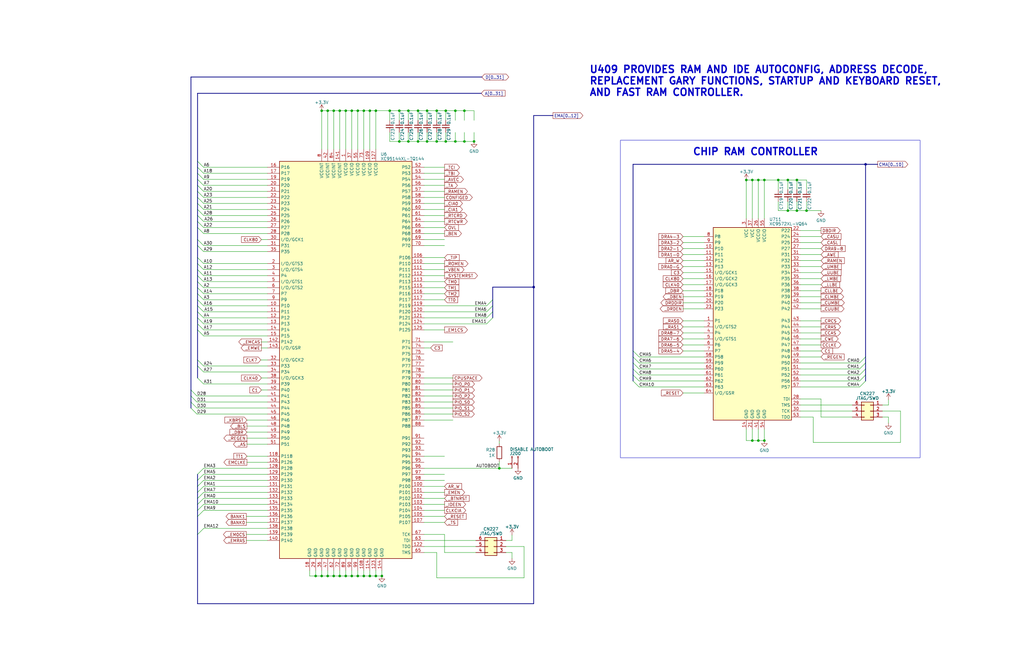
<source format=kicad_sch>
(kicad_sch (version 20230121) (generator eeschema)
  (paper "B")
  (title_block (title "AMIGA PCI") (date "2023-05-28") (rev "1"))
  (junction (at 148.336 243.078))
  (junction (at 180.086 59.69))
  (junction (at 140.716 46.736))
  (junction (at 161.036 243.078))
  (junction (at 195.834 46.736))
  (junction (at 322.326 185.928))
  (junction (at 145.796 243.078))
  (junction (at 319.786 185.928))
  (junction (at 168.402 59.69))
  (junction (at 153.416 46.736))
  (junction (at 158.496 46.736))
  (junction (at 336.042 75.946))
  (junction (at 148.336 46.736))
  (junction (at 184.15 46.736))
  (junction (at 192.024 46.736))
  (junction (at 143.256 46.736))
  (junction (at 150.876 243.078))
  (junction (at 153.416 243.078))
  (junction (at 336.042 88.9))
  (junction (at 176.276 59.69))
  (junction (at 155.956 243.078))
  (junction (at 138.176 243.078))
  (junction (at 145.796 46.736))
  (junction (at 319.786 75.946))
  (junction (at 317.246 75.946))
  (junction (at 138.176 46.736))
  (junction (at 322.326 75.946))
  (junction (at 340.106 88.9))
  (junction (at 135.636 46.736))
  (junction (at 150.876 46.736))
  (junction (at 155.956 46.736))
  (junction (at 195.834 59.69))
  (junction (at 332.232 88.9))
  (junction (at 328.168 75.946))
  (junction (at 172.212 46.736))
  (junction (at 133.096 243.078))
  (junction (at 143.256 243.078))
  (junction (at 317.246 185.928))
  (junction (at 187.96 46.736))
  (junction (at 176.276 46.736))
  (junction (at 135.636 243.078))
  (junction (at 164.338 46.736))
  (junction (at 168.402 46.736))
  (junction (at 210.566 197.612))
  (junction (at 332.232 75.946))
  (junction (at 225.044 121.158))
  (junction (at 172.212 59.69))
  (junction (at 184.15 59.69))
  (junction (at 199.898 59.69))
  (junction (at 140.716 243.078))
  (junction (at 314.706 75.946))
  (junction (at 158.496 243.078))
  (junction (at 180.086 46.736))
  (junction (at 364.998 69.342))
  (junction (at 187.96 59.69))
  (junction (at 192.024 59.69))
  (bus_entry (at 85.852 134.112) (size -2.54 -2.54))
  (bus_entry (at 362.458 160.782) (size 2.54 -2.54))
  (bus_entry (at 85.852 215.392) (size -2.54 2.54))
  (bus_entry (at 205.232 136.652) (size 2.54 -2.54))
  (bus_entry (at 85.852 126.492) (size -2.54 -2.54))
  (bus_entry (at 83.058 174.752) (size -2.54 -2.54))
  (bus_entry (at 205.232 129.032) (size 2.54 -2.54))
  (bus_entry (at 85.852 200.152) (size -2.54 2.54))
  (bus_entry (at 269.494 160.782) (size -2.54 -2.54))
  (bus_entry (at 362.458 163.322) (size 2.54 -2.54))
  (bus_entry (at 85.852 202.692) (size -2.54 2.54))
  (bus_entry (at 85.852 121.412) (size -2.54 -2.54))
  (bus_entry (at 85.852 73.152) (size -2.54 -2.54))
  (bus_entry (at 362.458 153.162) (size 2.54 -2.54))
  (bus_entry (at 85.852 118.872) (size -2.54 -2.54))
  (bus_entry (at 85.852 83.312) (size -2.54 -2.54))
  (bus_entry (at 85.852 139.192) (size -2.54 -2.54))
  (bus_entry (at 85.852 116.332) (size -2.54 -2.54))
  (bus_entry (at 85.852 96.012) (size -2.54 -2.54))
  (bus_entry (at 85.852 154.432) (size -2.54 -2.54))
  (bus_entry (at 269.494 163.322) (size -2.54 -2.54))
  (bus_entry (at 85.852 75.692) (size -2.54 -2.54))
  (bus_entry (at 85.852 156.972) (size -2.54 -2.54))
  (bus_entry (at 85.852 111.252) (size -2.54 -2.54))
  (bus_entry (at 205.232 131.572) (size 2.54 -2.54))
  (bus_entry (at 85.852 113.792) (size -2.54 -2.54))
  (bus_entry (at 85.852 207.772) (size -2.54 2.54))
  (bus_entry (at 269.494 153.162) (size -2.54 -2.54))
  (bus_entry (at 83.058 172.212) (size -2.54 -2.54))
  (bus_entry (at 85.852 131.572) (size -2.54 -2.54))
  (bus_entry (at 85.852 212.852) (size -2.54 2.54))
  (bus_entry (at 85.852 78.232) (size -2.54 -2.54))
  (bus_entry (at 85.852 123.952) (size -2.54 -2.54))
  (bus_entry (at 85.852 80.772) (size -2.54 -2.54))
  (bus_entry (at 85.852 70.612) (size -2.54 -2.54))
  (bus_entry (at 362.458 155.702) (size 2.54 -2.54))
  (bus_entry (at 269.494 158.242) (size -2.54 -2.54))
  (bus_entry (at 85.852 223.012) (size -2.54 2.54))
  (bus_entry (at 83.058 167.132) (size -2.54 -2.54))
  (bus_entry (at 85.852 103.632) (size -2.54 -2.54))
  (bus_entry (at 85.852 88.392) (size -2.54 -2.54))
  (bus_entry (at 85.852 136.652) (size -2.54 -2.54))
  (bus_entry (at 205.232 134.112) (size 2.54 -2.54))
  (bus_entry (at 83.058 169.672) (size -2.54 -2.54))
  (bus_entry (at 85.852 129.032) (size -2.54 -2.54))
  (bus_entry (at 85.852 90.932) (size -2.54 -2.54))
  (bus_entry (at 85.852 106.172) (size -2.54 -2.54))
  (bus_entry (at 85.852 210.312) (size -2.54 2.54))
  (bus_entry (at 85.852 98.552) (size -2.54 -2.54))
  (bus_entry (at 85.852 85.852) (size -2.54 -2.54))
  (bus_entry (at 85.852 197.612) (size -2.54 2.54))
  (bus_entry (at 85.852 205.232) (size -2.54 2.54))
  (bus_entry (at 269.494 150.622) (size -2.54 -2.54))
  (bus_entry (at 85.852 162.052) (size -2.54 -2.54))
  (bus_entry (at 85.852 93.472) (size -2.54 -2.54))
  (bus_entry (at 269.494 155.702) (size -2.54 -2.54))
  (bus_entry (at 85.852 141.732) (size -2.54 -2.54))
  (bus_entry (at 362.458 158.242) (size 2.54 -2.54))
  (wire (pts (xy 372.11 173.482) (xy 379.73 173.482)))
  (wire (pts (xy 337.566 140.462) (xy 346.202 140.462)))
  (wire (pts (xy 85.852 103.632) (xy 112.776 103.632)))
  (wire (pts (xy 138.176 62.992) (xy 138.176 46.736)))
  (wire (pts (xy 195.834 46.736) (xy 192.024 46.736)))
  (wire (pts (xy 288.036 137.922) (xy 296.926 137.922)))
  (wire (pts (xy 85.852 139.192) (xy 112.776 139.192)))
  (wire (pts (xy 164.338 59.69) (xy 168.402 59.69)))
  (wire (pts (xy 372.11 170.942) (xy 374.65 170.942)))
  (wire (pts (xy 187.452 126.492) (xy 178.816 126.492)))
  (wire (pts (xy 172.212 46.736) (xy 168.402 46.736)))
  (wire (pts (xy 288.036 109.982) (xy 296.926 109.982)))
  (wire (pts (xy 288.036 148.082) (xy 296.926 148.082)))
  (wire (pts (xy 133.096 243.078) (xy 135.636 243.078)))
  (wire (pts (xy 332.232 88.9) (xy 336.042 88.9)))
  (wire (pts (xy 187.452 121.412) (xy 178.816 121.412)))
  (bus (pts (xy 83.312 93.472) (xy 83.312 96.012)))
  (wire (pts (xy 112.776 96.012) (xy 85.852 96.012)))
  (wire (pts (xy 85.852 156.972) (xy 112.776 156.972)))
  (wire (pts (xy 269.494 153.162) (xy 296.926 153.162)))
  (wire (pts (xy 187.96 55.88) (xy 187.96 59.69)))
  (wire (pts (xy 150.876 243.078) (xy 153.416 243.078)))
  (wire (pts (xy 288.036 140.462) (xy 296.926 140.462)))
  (wire (pts (xy 145.796 243.078) (xy 148.336 243.078)))
  (wire (pts (xy 288.036 107.442) (xy 296.926 107.442)))
  (wire (pts (xy 342.9 176.022) (xy 337.566 176.022)))
  (wire (pts (xy 85.852 70.612) (xy 112.776 70.612)))
  (wire (pts (xy 104.14 179.832) (xy 112.776 179.832)))
  (wire (pts (xy 112.776 134.112) (xy 85.852 134.112)))
  (wire (pts (xy 178.816 88.392) (xy 187.452 88.392)))
  (wire (pts (xy 130.556 243.078) (xy 133.096 243.078)))
  (wire (pts (xy 195.834 55.88) (xy 195.834 59.69)))
  (wire (pts (xy 135.636 243.078) (xy 138.176 243.078)))
  (wire (pts (xy 195.834 46.736) (xy 195.834 50.8)))
  (wire (pts (xy 104.14 182.372) (xy 112.776 182.372)))
  (wire (pts (xy 192.024 46.736) (xy 192.024 50.8)))
  (bus (pts (xy 83.312 39.37) (xy 202.946 39.37)))
  (wire (pts (xy 336.042 75.946) (xy 336.042 80.01)))
  (wire (pts (xy 85.852 88.392) (xy 112.776 88.392)))
  (wire (pts (xy 337.566 117.602) (xy 346.202 117.602)))
  (wire (pts (xy 362.458 160.782) (xy 337.566 160.782)))
  (wire (pts (xy 161.036 243.078) (xy 161.036 240.792)))
  (wire (pts (xy 110.236 146.812) (xy 112.776 146.812)))
  (wire (pts (xy 85.852 215.392) (xy 112.776 215.392)))
  (bus (pts (xy 266.954 153.162) (xy 266.954 150.622)))
  (wire (pts (xy 187.452 103.632) (xy 178.816 103.632)))
  (wire (pts (xy 178.816 230.632) (xy 200.66 230.632)))
  (bus (pts (xy 83.312 121.412) (xy 83.312 118.872)))
  (wire (pts (xy 317.246 92.202) (xy 317.246 75.946)))
  (wire (pts (xy 85.852 210.312) (xy 112.776 210.312)))
  (bus (pts (xy 266.954 69.342) (xy 364.998 69.342)))
  (wire (pts (xy 187.96 46.736) (xy 187.96 50.8)))
  (wire (pts (xy 322.326 181.102) (xy 322.326 185.928)))
  (wire (pts (xy 180.086 59.69) (xy 184.15 59.69)))
  (wire (pts (xy 153.416 243.078) (xy 155.956 243.078)))
  (bus (pts (xy 83.312 131.572) (xy 83.312 129.032)))
  (bus (pts (xy 83.312 118.872) (xy 83.312 116.332)))
  (wire (pts (xy 178.816 75.692) (xy 187.452 75.692)))
  (wire (pts (xy 346.202 150.622) (xy 337.566 150.622)))
  (wire (pts (xy 337.566 143.002) (xy 346.202 143.002)))
  (wire (pts (xy 317.246 75.946) (xy 314.706 75.946)))
  (wire (pts (xy 187.96 59.69) (xy 192.024 59.69)))
  (wire (pts (xy 372.11 176.022) (xy 374.65 176.022)))
  (wire (pts (xy 314.706 181.102) (xy 314.706 185.928)))
  (wire (pts (xy 172.212 59.69) (xy 176.276 59.69)))
  (wire (pts (xy 337.566 112.522) (xy 346.202 112.522)))
  (bus (pts (xy 83.312 134.112) (xy 83.312 131.572)))
  (wire (pts (xy 164.338 55.88) (xy 164.338 59.69)))
  (bus (pts (xy 364.998 150.622) (xy 364.998 153.162)))
  (wire (pts (xy 112.776 116.332) (xy 85.852 116.332)))
  (wire (pts (xy 337.566 99.822) (xy 346.202 99.822)))
  (wire (pts (xy 215.9 197.612) (xy 210.566 197.612)))
  (bus (pts (xy 364.998 69.342) (xy 370.078 69.342)))
  (wire (pts (xy 178.816 78.232) (xy 187.452 78.232)))
  (wire (pts (xy 145.796 46.736) (xy 143.256 46.736)))
  (wire (pts (xy 332.232 75.946) (xy 332.232 80.01)))
  (wire (pts (xy 337.566 130.302) (xy 346.202 130.302)))
  (wire (pts (xy 178.816 108.712) (xy 187.452 108.712)))
  (wire (pts (xy 104.14 192.532) (xy 112.776 192.532)))
  (wire (pts (xy 103.886 228.092) (xy 112.776 228.092)))
  (bus (pts (xy 225.044 48.768) (xy 225.044 121.158)))
  (wire (pts (xy 155.956 46.736) (xy 153.416 46.736)))
  (wire (pts (xy 112.776 75.692) (xy 85.852 75.692)))
  (wire (pts (xy 337.566 120.142) (xy 346.202 120.142)))
  (bus (pts (xy 80.518 169.672) (xy 80.518 167.132)))
  (wire (pts (xy 187.452 139.192) (xy 178.816 139.192)))
  (bus (pts (xy 83.312 111.252) (xy 83.312 113.792)))
  (wire (pts (xy 337.566 137.922) (xy 346.202 137.922)))
  (wire (pts (xy 379.73 186.69) (xy 342.9 186.69)))
  (wire (pts (xy 317.246 185.928) (xy 319.786 185.928)))
  (wire (pts (xy 178.816 144.272) (xy 191.008 144.272)))
  (wire (pts (xy 288.036 122.682) (xy 296.926 122.682)))
  (wire (pts (xy 178.816 73.152) (xy 187.452 73.152)))
  (wire (pts (xy 178.816 167.132) (xy 191.008 167.132)))
  (bus (pts (xy 83.312 151.892) (xy 83.312 154.432)))
  (wire (pts (xy 85.852 85.852) (xy 112.776 85.852)))
  (wire (pts (xy 148.336 240.792) (xy 148.336 243.078)))
  (wire (pts (xy 362.458 163.322) (xy 337.566 163.322)))
  (wire (pts (xy 192.024 46.736) (xy 187.96 46.736)))
  (wire (pts (xy 288.036 127.762) (xy 296.926 127.762)))
  (wire (pts (xy 288.036 104.902) (xy 296.926 104.902)))
  (wire (pts (xy 103.886 217.932) (xy 112.776 217.932)))
  (bus (pts (xy 83.312 139.192) (xy 83.312 151.892)))
  (wire (pts (xy 337.566 168.402) (xy 346.202 168.402)))
  (bus (pts (xy 364.998 155.702) (xy 364.998 158.242)))
  (wire (pts (xy 269.494 150.622) (xy 296.926 150.622)))
  (wire (pts (xy 85.852 205.232) (xy 112.776 205.232)))
  (bus (pts (xy 83.312 136.652) (xy 83.312 134.112)))
  (wire (pts (xy 180.086 46.736) (xy 180.086 50.8)))
  (wire (pts (xy 112.776 169.672) (xy 83.058 169.672)))
  (bus (pts (xy 83.312 80.772) (xy 83.312 78.232)))
  (bus (pts (xy 266.954 155.702) (xy 266.954 153.162)))
  (wire (pts (xy 153.416 62.992) (xy 153.416 46.736)))
  (wire (pts (xy 187.452 217.932) (xy 178.816 217.932)))
  (wire (pts (xy 181.61 146.812) (xy 178.816 146.812)))
  (wire (pts (xy 314.706 75.946) (xy 314.706 92.202)))
  (wire (pts (xy 168.402 59.69) (xy 172.212 59.69)))
  (wire (pts (xy 158.496 243.078) (xy 161.036 243.078)))
  (wire (pts (xy 337.566 104.902) (xy 346.202 104.902)))
  (wire (pts (xy 213.36 230.632) (xy 220.98 230.632)))
  (wire (pts (xy 269.494 158.242) (xy 296.926 158.242)))
  (wire (pts (xy 195.834 59.69) (xy 199.898 59.69)))
  (bus (pts (xy 83.312 78.232) (xy 83.312 75.692)))
  (wire (pts (xy 379.73 173.482) (xy 379.73 186.69)))
  (wire (pts (xy 178.816 200.152) (xy 187.452 200.152)))
  (wire (pts (xy 288.036 135.382) (xy 296.926 135.382)))
  (wire (pts (xy 288.036 145.542) (xy 296.926 145.542)))
  (bus (pts (xy 207.772 134.112) (xy 207.772 131.572)))
  (wire (pts (xy 178.816 70.612) (xy 187.452 70.612)))
  (wire (pts (xy 110.236 101.092) (xy 112.776 101.092)))
  (bus (pts (xy 83.312 136.906) (xy 83.312 139.192)))
  (wire (pts (xy 342.9 186.69) (xy 342.9 176.022)))
  (bus (pts (xy 83.312 225.552) (xy 83.312 254.762)))
  (wire (pts (xy 104.14 187.452) (xy 112.776 187.452)))
  (wire (pts (xy 199.898 46.736) (xy 195.834 46.736)))
  (wire (pts (xy 184.15 243.84) (xy 184.15 233.172)))
  (wire (pts (xy 269.494 163.322) (xy 296.926 163.322)))
  (wire (pts (xy 288.036 117.602) (xy 296.926 117.602)))
  (wire (pts (xy 110.236 159.512) (xy 112.776 159.512)))
  (bus (pts (xy 83.312 103.632) (xy 83.312 108.712)))
  (wire (pts (xy 337.566 102.362) (xy 346.202 102.362)))
  (bus (pts (xy 83.312 215.392) (xy 83.312 217.932)))
  (wire (pts (xy 187.452 118.872) (xy 178.816 118.872)))
  (bus (pts (xy 266.954 158.242) (xy 266.954 155.702)))
  (wire (pts (xy 85.852 212.852) (xy 112.776 212.852)))
  (wire (pts (xy 337.566 158.242) (xy 362.458 158.242)))
  (wire (pts (xy 328.168 88.9) (xy 332.232 88.9)))
  (wire (pts (xy 112.776 136.652) (xy 85.852 136.652)))
  (wire (pts (xy 337.566 115.062) (xy 346.202 115.062)))
  (wire (pts (xy 110.236 144.272) (xy 112.776 144.272)))
  (wire (pts (xy 374.65 168.656) (xy 374.65 170.942)))
  (wire (pts (xy 178.816 90.932) (xy 187.452 90.932)))
  (wire (pts (xy 158.496 62.992) (xy 158.496 46.736)))
  (wire (pts (xy 168.402 46.736) (xy 168.402 50.8)))
  (wire (pts (xy 164.338 46.736) (xy 158.496 46.736)))
  (wire (pts (xy 112.776 167.132) (xy 83.058 167.132)))
  (bus (pts (xy 266.954 148.082) (xy 266.954 69.342)))
  (bus (pts (xy 83.312 123.952) (xy 83.312 121.412)))
  (wire (pts (xy 112.776 90.932) (xy 85.852 90.932)))
  (wire (pts (xy 288.036 99.822) (xy 296.926 99.822)))
  (wire (pts (xy 184.15 233.172) (xy 178.816 233.172)))
  (wire (pts (xy 178.816 93.472) (xy 187.452 93.472)))
  (wire (pts (xy 296.926 165.862) (xy 288.036 165.862)))
  (wire (pts (xy 178.816 159.512) (xy 191.008 159.512)))
  (wire (pts (xy 112.776 83.312) (xy 85.852 83.312)))
  (wire (pts (xy 359.41 176.022) (xy 346.202 176.022)))
  (wire (pts (xy 337.566 173.482) (xy 359.41 173.482)))
  (wire (pts (xy 332.232 85.09) (xy 332.232 88.9)))
  (wire (pts (xy 140.716 46.736) (xy 138.176 46.736)))
  (wire (pts (xy 172.212 55.88) (xy 172.212 59.69)))
  (wire (pts (xy 210.566 186.182) (xy 210.566 187.198)))
  (wire (pts (xy 322.326 92.202) (xy 322.326 75.946)))
  (wire (pts (xy 85.852 154.432) (xy 112.776 154.432)))
  (bus (pts (xy 207.772 126.492) (xy 207.772 121.158)))
  (wire (pts (xy 187.452 192.532) (xy 178.816 192.532)))
  (wire (pts (xy 337.566 122.682) (xy 346.202 122.682)))
  (wire (pts (xy 148.336 243.078) (xy 150.876 243.078)))
  (bus (pts (xy 225.044 121.158) (xy 225.044 254.762)))
  (wire (pts (xy 319.786 181.102) (xy 319.786 185.928)))
  (wire (pts (xy 336.042 88.9) (xy 340.106 88.9)))
  (bus (pts (xy 80.518 167.132) (xy 80.518 164.592)))
  (wire (pts (xy 337.566 135.382) (xy 346.202 135.382)))
  (wire (pts (xy 337.566 155.702) (xy 362.458 155.702)))
  (wire (pts (xy 112.776 73.152) (xy 85.852 73.152)))
  (wire (pts (xy 153.416 240.792) (xy 153.416 243.078)))
  (wire (pts (xy 133.096 240.792) (xy 133.096 243.078)))
  (wire (pts (xy 112.776 118.872) (xy 85.852 118.872)))
  (wire (pts (xy 153.416 46.736) (xy 150.876 46.736)))
  (bus (pts (xy 80.518 172.212) (xy 80.518 169.672)))
  (wire (pts (xy 187.96 46.736) (xy 184.15 46.736)))
  (bus (pts (xy 83.312 85.852) (xy 83.312 83.312)))
  (wire (pts (xy 112.776 123.952) (xy 85.852 123.952)))
  (wire (pts (xy 109.982 151.892) (xy 112.776 151.892)))
  (bus (pts (xy 83.312 154.432) (xy 83.312 159.512)))
  (wire (pts (xy 205.232 129.032) (xy 178.816 129.032)))
  (bus (pts (xy 364.998 158.242) (xy 364.998 160.782)))
  (wire (pts (xy 178.816 228.092) (xy 200.66 228.092)))
  (wire (pts (xy 178.816 207.772) (xy 187.452 207.772)))
  (wire (pts (xy 220.98 243.84) (xy 184.15 243.84)))
  (wire (pts (xy 172.212 46.736) (xy 172.212 50.8)))
  (wire (pts (xy 288.036 102.362) (xy 296.926 102.362)))
  (wire (pts (xy 85.852 202.692) (xy 112.776 202.692)))
  (wire (pts (xy 210.566 197.612) (xy 178.816 197.612)))
  (bus (pts (xy 266.954 160.782) (xy 266.954 158.242)))
  (wire (pts (xy 184.15 46.736) (xy 184.15 50.8)))
  (wire (pts (xy 337.566 127.762) (xy 346.202 127.762)))
  (wire (pts (xy 178.816 169.672) (xy 191.008 169.672)))
  (wire (pts (xy 328.168 75.946) (xy 328.168 80.01)))
  (wire (pts (xy 200.66 233.172) (xy 187.452 233.172)))
  (wire (pts (xy 187.452 123.952) (xy 178.816 123.952)))
  (wire (pts (xy 374.65 176.022) (xy 374.65 178.562)))
  (wire (pts (xy 112.776 111.252) (xy 85.852 111.252)))
  (wire (pts (xy 332.232 75.946) (xy 328.168 75.946)))
  (wire (pts (xy 328.168 75.946) (xy 322.326 75.946)))
  (wire (pts (xy 187.452 233.172) (xy 187.452 225.552)))
  (wire (pts (xy 85.852 223.012) (xy 112.776 223.012)))
  (wire (pts (xy 150.876 46.736) (xy 150.876 62.992)))
  (wire (pts (xy 192.024 59.69) (xy 195.834 59.69)))
  (wire (pts (xy 155.956 240.792) (xy 155.956 243.078)))
  (wire (pts (xy 288.036 143.002) (xy 296.926 143.002)))
  (wire (pts (xy 205.232 131.572) (xy 178.816 131.572)))
  (wire (pts (xy 184.15 46.736) (xy 180.086 46.736)))
  (wire (pts (xy 85.852 162.052) (xy 112.776 162.052)))
  (bus (pts (xy 83.312 101.092) (xy 83.312 103.632)))
  (bus (pts (xy 83.312 68.072) (xy 83.312 39.37)))
  (wire (pts (xy 178.816 83.312) (xy 187.452 83.312)))
  (wire (pts (xy 112.776 172.212) (xy 83.058 172.212)))
  (wire (pts (xy 180.086 46.736) (xy 176.276 46.736)))
  (wire (pts (xy 178.816 98.552) (xy 187.452 98.552)))
  (wire (pts (xy 215.9 225.806) (xy 215.9 228.092)))
  (wire (pts (xy 85.852 106.172) (xy 112.776 106.172)))
  (wire (pts (xy 112.776 129.032) (xy 85.852 129.032)))
  (wire (pts (xy 178.816 202.692) (xy 187.452 202.692)))
  (wire (pts (xy 362.458 153.162) (xy 337.566 153.162)))
  (wire (pts (xy 328.168 85.09) (xy 328.168 88.9)))
  (wire (pts (xy 103.886 225.552) (xy 112.776 225.552)))
  (wire (pts (xy 85.852 141.732) (xy 112.776 141.732)))
  (wire (pts (xy 178.816 225.552) (xy 187.452 225.552)))
  (bus (pts (xy 225.044 48.768) (xy 233.172 48.768)))
  (wire (pts (xy 85.852 126.492) (xy 112.776 126.492)))
  (wire (pts (xy 135.636 46.736) (xy 135.636 62.992)))
  (bus (pts (xy 83.312 205.232) (xy 83.312 207.772)))
  (bus (pts (xy 83.312 217.932) (xy 83.312 225.552)))
  (wire (pts (xy 288.036 115.062) (xy 296.926 115.062)))
  (wire (pts (xy 130.556 240.792) (xy 130.556 243.078)))
  (bus (pts (xy 83.312 200.152) (xy 83.312 202.692)))
  (wire (pts (xy 143.256 243.078) (xy 145.796 243.078)))
  (bus (pts (xy 266.954 150.622) (xy 266.954 148.082)))
  (wire (pts (xy 178.816 111.252) (xy 187.452 111.252)))
  (wire (pts (xy 340.106 85.09) (xy 340.106 88.9)))
  (wire (pts (xy 288.036 130.302) (xy 296.926 130.302)))
  (wire (pts (xy 110.236 164.592) (xy 112.776 164.592)))
  (wire (pts (xy 205.232 136.652) (xy 178.816 136.652)))
  (wire (pts (xy 176.276 46.736) (xy 172.212 46.736)))
  (wire (pts (xy 103.886 220.472) (xy 112.776 220.472)))
  (bus (pts (xy 364.998 153.162) (xy 364.998 155.702)))
  (bus (pts (xy 207.772 131.572) (xy 207.772 129.032)))
  (wire (pts (xy 178.816 164.592) (xy 191.008 164.592)))
  (wire (pts (xy 143.256 46.736) (xy 140.716 46.736)))
  (wire (pts (xy 85.852 207.772) (xy 112.776 207.772)))
  (bus (pts (xy 83.312 210.312) (xy 83.312 212.852)))
  (wire (pts (xy 340.106 75.946) (xy 340.106 80.01)))
  (wire (pts (xy 140.716 46.736) (xy 140.716 62.992)))
  (wire (pts (xy 336.042 85.09) (xy 336.042 88.9)))
  (wire (pts (xy 337.566 97.282) (xy 346.202 97.282)))
  (wire (pts (xy 184.15 59.69) (xy 187.96 59.69)))
  (bus (pts (xy 83.312 83.312) (xy 83.312 80.772)))
  (bus (pts (xy 83.312 254.762) (xy 225.044 254.762)))
  (wire (pts (xy 314.706 185.928) (xy 317.246 185.928)))
  (wire (pts (xy 148.336 46.736) (xy 150.876 46.736)))
  (wire (pts (xy 178.816 172.212) (xy 191.008 172.212)))
  (wire (pts (xy 148.336 62.992) (xy 148.336 46.736)))
  (wire (pts (xy 112.776 174.752) (xy 83.058 174.752)))
  (wire (pts (xy 112.776 93.472) (xy 85.852 93.472)))
  (wire (pts (xy 213.36 228.092) (xy 215.9 228.092)))
  (wire (pts (xy 336.042 75.946) (xy 332.232 75.946)))
  (wire (pts (xy 176.276 55.88) (xy 176.276 59.69)))
  (wire (pts (xy 322.326 75.946) (xy 319.786 75.946)))
  (wire (pts (xy 138.176 240.792) (xy 138.176 243.078)))
  (wire (pts (xy 164.338 46.736) (xy 164.338 50.8)))
  (wire (pts (xy 145.796 240.792) (xy 145.796 243.078)))
  (bus (pts (xy 80.518 32.512) (xy 203.2 32.512)))
  (wire (pts (xy 319.786 92.202) (xy 319.786 75.946)))
  (bus (pts (xy 83.312 207.772) (xy 83.312 210.312)))
  (wire (pts (xy 178.816 162.052) (xy 191.008 162.052)))
  (wire (pts (xy 85.852 200.152) (xy 112.776 200.152)))
  (bus (pts (xy 83.312 108.712) (xy 83.312 111.252)))
  (wire (pts (xy 337.566 170.942) (xy 359.41 170.942)))
  (wire (pts (xy 148.336 46.736) (xy 145.796 46.736)))
  (wire (pts (xy 178.816 113.792) (xy 187.452 113.792)))
  (wire (pts (xy 319.786 185.928) (xy 322.326 185.928)))
  (wire (pts (xy 85.852 113.792) (xy 112.776 113.792)))
  (wire (pts (xy 158.496 240.792) (xy 158.496 243.078)))
  (bus (pts (xy 83.312 116.332) (xy 83.312 113.792)))
  (wire (pts (xy 346.202 176.022) (xy 346.202 168.402)))
  (bus (pts (xy 207.772 121.158) (xy 225.044 121.158)))
  (bus (pts (xy 83.312 126.492) (xy 83.312 123.952)))
  (bus (pts (xy 83.312 93.472) (xy 83.312 90.932)))
  (wire (pts (xy 205.232 134.112) (xy 178.816 134.112)))
  (bus (pts (xy 83.312 88.392) (xy 83.312 85.852)))
  (bus (pts (xy 83.312 90.932) (xy 83.312 88.392)))
  (wire (pts (xy 176.276 59.69) (xy 180.086 59.69)))
  (wire (pts (xy 178.816 210.312) (xy 187.452 210.312)))
  (wire (pts (xy 143.256 62.992) (xy 143.256 46.736)))
  (bus (pts (xy 83.312 129.032) (xy 83.312 126.492)))
  (wire (pts (xy 85.852 197.612) (xy 112.776 197.612)))
  (wire (pts (xy 145.796 62.992) (xy 145.796 46.736)))
  (wire (pts (xy 155.956 243.078) (xy 158.496 243.078)))
  (wire (pts (xy 178.816 85.852) (xy 187.452 85.852)))
  (wire (pts (xy 104.14 184.912) (xy 112.776 184.912)))
  (bus (pts (xy 207.772 129.032) (xy 207.772 126.492)))
  (wire (pts (xy 178.816 80.772) (xy 187.452 80.772)))
  (wire (pts (xy 140.716 243.078) (xy 143.256 243.078)))
  (wire (pts (xy 187.452 212.852) (xy 178.816 212.852)))
  (wire (pts (xy 135.636 240.792) (xy 135.636 243.078)))
  (bus (pts (xy 83.312 75.692) (xy 83.312 73.152)))
  (wire (pts (xy 340.106 88.9) (xy 346.202 88.9)))
  (wire (pts (xy 288.036 120.142) (xy 296.926 120.142)))
  (wire (pts (xy 269.494 160.782) (xy 296.926 160.782)))
  (bus (pts (xy 83.312 202.692) (xy 83.312 205.232)))
  (wire (pts (xy 187.452 116.332) (xy 178.816 116.332)))
  (wire (pts (xy 288.036 125.222) (xy 296.926 125.222)))
  (wire (pts (xy 187.452 101.092) (xy 178.816 101.092)))
  (wire (pts (xy 337.566 125.222) (xy 346.202 125.222)))
  (wire (pts (xy 180.086 55.88) (xy 180.086 59.69)))
  (wire (pts (xy 199.898 55.88) (xy 199.898 59.69)))
  (wire (pts (xy 337.566 107.442) (xy 346.202 107.442)))
  (wire (pts (xy 317.246 181.102) (xy 317.246 185.928)))
  (wire (pts (xy 178.816 96.012) (xy 187.452 96.012)))
  (bus (pts (xy 83.312 68.072) (xy 83.312 70.612)))
  (wire (pts (xy 215.9 233.172) (xy 215.9 235.712)))
  (wire (pts (xy 210.566 194.818) (xy 210.566 197.612)))
  (bus (pts (xy 83.312 212.852) (xy 83.312 215.392)))
  (wire (pts (xy 199.898 46.736) (xy 199.898 50.8)))
  (wire (pts (xy 319.786 75.946) (xy 317.246 75.946)))
  (wire (pts (xy 140.716 240.792) (xy 140.716 243.078)))
  (bus (pts (xy 80.518 32.512) (xy 80.518 164.592)))
  (wire (pts (xy 337.566 109.982) (xy 346.202 109.982)))
  (wire (pts (xy 143.256 240.792) (xy 143.256 243.078)))
  (wire (pts (xy 220.98 230.632) (xy 220.98 243.84)))
  (wire (pts (xy 213.36 233.172) (xy 215.9 233.172)))
  (wire (pts (xy 178.816 205.232) (xy 187.452 205.232)))
  (wire (pts (xy 112.776 131.572) (xy 85.852 131.572)))
  (wire (pts (xy 178.816 220.472) (xy 187.452 220.472)))
  (wire (pts (xy 158.496 46.736) (xy 155.956 46.736)))
  (wire (pts (xy 112.776 78.232) (xy 85.852 78.232)))
  (wire (pts (xy 187.452 215.392) (xy 178.816 215.392)))
  (wire (pts (xy 176.276 46.736) (xy 176.276 50.8)))
  (wire (pts (xy 288.036 112.522) (xy 296.926 112.522)))
  (wire (pts (xy 112.776 80.772) (xy 85.852 80.772)))
  (wire (pts (xy 168.402 55.88) (xy 168.402 59.69)))
  (wire (pts (xy 85.852 98.552) (xy 112.776 98.552)))
  (wire (pts (xy 269.494 155.702) (xy 296.926 155.702)))
  (wire (pts (xy 178.816 174.752) (xy 191.008 174.752)))
  (wire (pts (xy 150.876 240.792) (xy 150.876 243.078)))
  (wire (pts (xy 104.14 177.292) (xy 112.776 177.292)))
  (bus (pts (xy 83.312 96.012) (xy 83.312 101.092)))
  (wire (pts (xy 192.024 55.88) (xy 192.024 59.69)))
  (wire (pts (xy 155.956 62.992) (xy 155.956 46.736)))
  (wire (pts (xy 104.14 195.072) (xy 112.776 195.072)))
  (bus (pts (xy 83.312 73.152) (xy 83.312 70.612)))
  (bus (pts (xy 364.998 69.342) (xy 364.998 150.622)))
  (wire (pts (xy 168.402 46.736) (xy 164.338 46.736)))
  (wire (pts (xy 138.176 243.078) (xy 140.716 243.078)))
  (wire (pts (xy 112.776 121.412) (xy 85.852 121.412)))
  (wire (pts (xy 346.202 148.082) (xy 337.566 148.082)))
  (wire (pts (xy 337.566 145.542) (xy 346.202 145.542)))
  (wire (pts (xy 184.15 55.88) (xy 184.15 59.69)))
  (wire (pts (xy 340.106 75.946) (xy 336.042 75.946)))
  (wire (pts (xy 178.816 177.292) (xy 191.008 177.292)))
  (wire (pts (xy 138.176 46.736) (xy 135.636 46.736)))
  (rectangle (start 261.62 59.182) (end 387.985 193.167))
  (text "CHIP RAM CONTROLLER" (at 291.973 65.913 0) (effects (font (size 3 3) (thickness 0.6) bold) (justify left bottom)))
  (text "U409 PROVIDES RAM AND IDE AUTOCONFIG, ADDRESS DECODE,\nREPLACEMENT GARY FUNCTIONS, STARTUP AND KEYBOARD RESET, \nAND FAST RAM CONTROLLER." (at 248.412 40.894 0) (effects (font (size 3 3) (thickness 0.6) bold) (justify left bottom)))
  (label "EMA10" (at 85.852 212.852 0))
  (label "CMA2" (at 362.458 158.242 180))
  (label "A30" (at 85.852 103.632 0))
  (label "A3" (at 85.852 126.492 0))
  (label "A27" (at 85.852 156.972 0))
  (label "A14" (at 85.852 123.952 0))
  (label "D31" (at 83.058 169.672 0))
  (label "A22" (at 85.852 96.012 0))
  (label "A26" (at 86.106 93.472 0))
  (label "A16" (at 85.852 129.032 0))
  (label "A4" (at 85.852 134.112 0))
  (label "A24" (at 85.852 154.432 0))
  (label "A10" (at 85.852 111.252 0))
  (label "A13" (at 85.852 118.872 0))
  (label "CMA10" (at 269.494 163.322 0))
  (label "A25" (at 85.852 85.852 0))
  (label "AUTOBOOT" (at 210.566 197.612 180))
  (label "A5" (at 85.852 141.732 0))
  (label "CMA8" (at 269.494 158.242 0))
  (label "A9" (at 85.852 75.692 0))
  (label "A21" (at 85.852 88.392 0))
  (label "EMA8" (at 205.232 134.112 180))
  (label "A19" (at 85.852 136.652 0))
  (label "A6" (at 85.852 70.612 0))
  (label "CMA3" (at 362.458 160.782 180))
  (label "A23" (at 85.852 83.312 0))
  (label "EMA4" (at 205.232 129.032 180))
  (label "A8" (at 85.852 98.552 0))
  (label "EMA5" (at 85.852 200.152 0))
  (label "EMA7" (at 85.852 207.772 0))
  (label "D28" (at 83.058 167.132 0))
  (label "EMA1" (at 85.852 205.232 0))
  (label "A15" (at 86.106 131.572 0))
  (label "CMA0" (at 362.458 153.162 180))
  (label "EMA12" (at 85.852 223.012 0))
  (label "A11" (at 85.852 116.332 0))
  (label "EMA0" (at 85.852 210.312 0))
  (label "EMA6" (at 205.232 131.572 180))
  (label "CMA4" (at 362.458 163.322 180))
  (label "D30" (at 83.058 172.212 0))
  (label "A20" (at 85.852 80.772 0))
  (label "A18" (at 85.852 73.152 0))
  (label "A29" (at 85.852 106.172 0))
  (label "A2" (at 85.852 121.412 0))
  (label "A31" (at 85.852 162.052 0))
  (label "A12" (at 85.852 113.792 0))
  (label "A28" (at 85.852 90.932 0))
  (label "EMA3" (at 85.852 197.612 0))
  (label "EMA2" (at 85.852 202.692 0))
  (label "D29" (at 83.058 174.752 0))
  (label "EMA9" (at 85.852 215.392 0))
  (label "CMA1" (at 362.458 155.702 180))
  (label "CMA7" (at 269.494 155.702 0))
  (label "CMA9" (at 269.494 160.782 0))
  (label "EMA11" (at 205.232 136.652 180))
  (label "A17" (at 85.852 139.192 0))
  (label "CMA6" (at 269.494 153.162 0))
  (label "CMA5" (at 269.494 150.622 0))
  (label "A7" (at 85.852 78.232 0))
  (global_label "_CASU" (shape input) (at 346.202 99.822 0) (effects (font (size 1.2954 1.2954))) (property "Intersheetrefs" "${INTERSHEET_REFS}" (at 355.1489 99.822 0) (effects (justify left))))
  (global_label "_REGEN" (shape output) (at 104.14 184.912 180) (effects (font (size 1.2954 1.2954))) (property "Intersheetrefs" "${INTERSHEET_REFS}" (at 93.8167 184.912 0) (effects (justify right))))
  (global_label "PIO_S2" (shape output) (at 191.008 174.752 0) (property "Intersheetrefs" "${INTERSHEET_REFS}" (at 200.5851 174.752 0) (effects (justify left))))
  (global_label "_CWE" (shape output) (at 346.202 143.002 0) (property "Intersheetrefs" "${INTERSHEET_REFS}" (at 353.9458 143.002 0) (effects (justify left))))
  (global_label "_UUBE" (shape input) (at 346.202 115.062 0) (property "Intersheetrefs" "${INTERSHEET_REFS}" (at 355.1554 115.062 0) (effects (justify left))))
  (global_label "_UMBE" (shape input) (at 346.202 112.522 0) (property "Intersheetrefs" "${INTERSHEET_REFS}" (at 355.2763 112.522 0) (effects (justify left))))
  (global_label "DRA7-6" (shape input) (at 288.036 143.002 180) (effects (font (size 1.2954 1.2954))) (property "Intersheetrefs" "${INTERSHEET_REFS}" (at 277.3003 143.002 0) (effects (justify right))))
  (global_label "_DBR" (shape input) (at 104.14 182.372 180) (property "Intersheetrefs" "${INTERSHEET_REFS}" (at 96.4566 182.372 0) (effects (justify right))))
  (global_label "_EMCAS" (shape output) (at 110.236 144.272 180) (property "Intersheetrefs" "${INTERSHEET_REFS}" (at 100.1147 144.272 0) (effects (justify right))))
  (global_label "_RTCRD" (shape output) (at 187.452 90.932 0) (property "Intersheetrefs" "${INTERSHEET_REFS}" (at 197.4524 90.932 0) (effects (justify left))))
  (global_label "TM0" (shape input) (at 187.452 118.872 0) (property "Intersheetrefs" "${INTERSHEET_REFS}" (at 194.0657 118.872 0) (effects (justify left))))
  (global_label "_RESET" (shape input) (at 187.452 217.932 0) (property "Intersheetrefs" "${INTERSHEET_REFS}" (at 197.1499 217.932 0) (effects (justify left))))
  (global_label "_CLMBE" (shape output) (at 346.202 125.222 0) (property "Intersheetrefs" "${INTERSHEET_REFS}" (at 356.2439 125.222 0) (effects (justify left))))
  (global_label "CONFIGED" (shape output) (at 187.452 83.312 0) (property "Intersheetrefs" "${INTERSHEET_REFS}" (at 199.6712 83.312 0) (effects (justify left))))
  (global_label "_TIP" (shape input) (at 187.452 108.712 0) (property "Intersheetrefs" "${INTERSHEET_REFS}" (at 194.1678 108.712 0) (effects (justify left))))
  (global_label "_EM0CS" (shape output) (at 103.886 225.552 180) (property "Intersheetrefs" "${INTERSHEET_REFS}" (at 93.6438 225.552 0) (effects (justify right))))
  (global_label "_ROMEN" (shape output) (at 187.452 111.252 0) (property "Intersheetrefs" "${INTERSHEET_REFS}" (at 197.9362 111.252 0) (effects (justify left))))
  (global_label "_TBI" (shape output) (at 187.452 73.152 0) (property "Intersheetrefs" "${INTERSHEET_REFS}" (at 194.1678 73.152 0) (effects (justify left))))
  (global_label "CLKCIA" (shape output) (at 187.452 215.392 0) (property "Intersheetrefs" "${INTERSHEET_REFS}" (at 196.8893 215.392 0) (effects (justify left))))
  (global_label "_AVEC" (shape output) (at 187.452 75.692 0) (property "Intersheetrefs" "${INTERSHEET_REFS}" (at 196.001 75.692 0) (effects (justify left))))
  (global_label "_CRCS" (shape output) (at 346.202 135.382 0) (property "Intersheetrefs" "${INTERSHEET_REFS}" (at 355.0949 135.382 0) (effects (justify left))))
  (global_label "_LLBE" (shape input) (at 346.202 120.142 0) (property "Intersheetrefs" "${INTERSHEET_REFS}" (at 354.5506 120.142 0) (effects (justify left))))
  (global_label "PIO_S0" (shape output) (at 191.008 169.672 0) (property "Intersheetrefs" "${INTERSHEET_REFS}" (at 200.5851 169.672 0) (effects (justify left))))
  (global_label "C3" (shape input) (at 181.61 146.812 0) (property "Intersheetrefs" "${INTERSHEET_REFS}" (at 186.9953 146.812 0) (effects (justify left))))
  (global_label "AR_W" (shape input) (at 288.036 109.982 180) (property "Intersheetrefs" "${INTERSHEET_REFS}" (at 280.3526 109.982 0) (effects (justify right))))
  (global_label "C1" (shape input) (at 346.202 148.082 0) (property "Intersheetrefs" "${INTERSHEET_REFS}" (at 351.6667 148.082 0) (effects (justify left))))
  (global_label "_CUMBE" (shape output) (at 346.202 127.762 0) (property "Intersheetrefs" "${INTERSHEET_REFS}" (at 356.5463 127.762 0) (effects (justify left))))
  (global_label "CLK80" (shape input) (at 288.036 117.602 180) (property "Intersheetrefs" "${INTERSHEET_REFS}" (at 279.0637 117.602 0) (effects (justify right))))
  (global_label "C1" (shape input) (at 110.236 164.592 180) (property "Intersheetrefs" "${INTERSHEET_REFS}" (at 104.8507 164.592 0) (effects (justify right))))
  (global_label "DRA5-4" (shape input) (at 288.036 148.082 180) (effects (font (size 1.2954 1.2954))) (property "Intersheetrefs" "${INTERSHEET_REFS}" (at 277.3003 148.082 0) (effects (justify right))))
  (global_label "TT1" (shape input) (at 104.14 192.532 180) (property "Intersheetrefs" "${INTERSHEET_REFS}" (at 98.0895 192.532 0) (effects (justify right))))
  (global_label "PIO_P0" (shape output) (at 191.008 162.052 0) (property "Intersheetrefs" "${INTERSHEET_REFS}" (at 200.6456 162.052 0) (effects (justify left))))
  (global_label "_TS" (shape input) (at 187.452 220.472 0) (property "Intersheetrefs" "${INTERSHEET_REFS}" (at 193.5025 220.472 0) (effects (justify left))))
  (global_label "_AWE" (shape input) (at 346.202 107.442 0) (effects (font (size 1.2954 1.2954))) (property "Intersheetrefs" "${INTERSHEET_REFS}" (at 353.9152 107.442 0) (effects (justify left))))
  (global_label "_RAMEN" (shape output) (at 187.452 80.772 0) (property "Intersheetrefs" "${INTERSHEET_REFS}" (at 197.6149 80.772 0) (effects (justify left))))
  (global_label "PIO_S1" (shape output) (at 191.008 172.212 0) (property "Intersheetrefs" "${INTERSHEET_REFS}" (at 200.5851 172.212 0) (effects (justify left))))
  (global_label "_BEN" (shape output) (at 187.452 98.552 0) (property "Intersheetrefs" "${INTERSHEET_REFS}" (at 195.0749 98.552 0) (effects (justify left))))
  (global_label "DRA3-2" (shape input) (at 288.036 102.362 180) (effects (font (size 1.2954 1.2954))) (property "Intersheetrefs" "${INTERSHEET_REFS}" (at 277.3003 102.362 0) (effects (justify right))))
  (global_label "_CCAS" (shape output) (at 346.202 140.462 0) (property "Intersheetrefs" "${INTERSHEET_REFS}" (at 354.9135 140.462 0) (effects (justify left))))
  (global_label "CPUSPACE" (shape output) (at 191.008 159.512 0) (property "Intersheetrefs" "${INTERSHEET_REFS}" (at 203.7714 159.512 0) (effects (justify left))))
  (global_label "_VBEN" (shape output) (at 187.452 113.792 0) (property "Intersheetrefs" "${INTERSHEET_REFS}" (at 196.2429 113.792 0) (effects (justify left))))
  (global_label "DRA0-G" (shape input) (at 288.036 112.522 180) (effects (font (size 1.2954 1.2954))) (property "Intersheetrefs" "${INTERSHEET_REFS}" (at 277.2386 112.522 0) (effects (justify right))))
  (global_label "_RAS0" (shape input) (at 288.036 135.382 180) (effects (font (size 1.2954 1.2954))) (property "Intersheetrefs" "${INTERSHEET_REFS}" (at 279.2125 135.382 0) (effects (justify right))))
  (global_label "_SYSTEMRST" (shape output) (at 187.452 116.332 0) (property "Intersheetrefs" "${INTERSHEET_REFS}" (at 201.9275 116.332 0) (effects (justify left))))
  (global_label "BANK1" (shape output) (at 103.886 217.932 180) (property "Intersheetrefs" "${INTERSHEET_REFS}" (at 94.7322 217.932 0) (effects (justify right))))
  (global_label "_EMRAS" (shape output) (at 103.886 228.092 180) (property "Intersheetrefs" "${INTERSHEET_REFS}" (at 93.7647 228.092 0) (effects (justify right))))
  (global_label "CMA[0..10]" (shape output) (at 370.078 69.342 0) (property "Intersheetrefs" "${INTERSHEET_REFS}" (at 383.3253 69.342 0) (effects (justify left))))
  (global_label "_CLLBE" (shape output) (at 346.202 122.682 0) (property "Intersheetrefs" "${INTERSHEET_REFS}" (at 355.8206 122.682 0) (effects (justify left))))
  (global_label "_EMEN" (shape output) (at 187.452 207.772 0) (property "Intersheetrefs" "${INTERSHEET_REFS}" (at 196.4053 207.772 0) (effects (justify left))))
  (global_label "CLK40" (shape input) (at 110.236 159.512 180) (property "Intersheetrefs" "${INTERSHEET_REFS}" (at 101.2637 159.512 0) (effects (justify right))))
  (global_label "A[0..31]" (shape input) (at 202.946 39.37 0) (property "Intersheetrefs" "${INTERSHEET_REFS}" (at 200.152 42.291 0) (effects (justify left))))
  (global_label "BANK0" (shape output) (at 103.886 220.472 180) (property "Intersheetrefs" "${INTERSHEET_REFS}" (at 94.7322 220.472 0) (effects (justify right))))
  (global_label "DRA8-7" (shape input) (at 288.036 140.462 180) (effects (font (size 1.2954 1.2954))) (property "Intersheetrefs" "${INTERSHEET_REFS}" (at 277.3003 140.462 0) (effects (justify right))))
  (global_label "OVL" (shape input) (at 187.452 96.012 0) (property "Intersheetrefs" "${INTERSHEET_REFS}" (at 193.8844 96.012 0) (effects (justify left))))
  (global_label "_DRDEN" (shape output) (at 288.036 130.302 180) (property "Intersheetrefs" "${INTERSHEET_REFS}" (at 277.8731 130.302 0) (effects (justify right))))
  (global_label "DRA9-8" (shape input) (at 346.202 104.902 0) (effects (font (size 1.2954 1.2954))) (property "Intersheetrefs" "${INTERSHEET_REFS}" (at 356.9377 104.902 0) (effects (justify left))))
  (global_label "_REGEN" (shape input) (at 346.202 150.622 0) (effects (font (size 1.2954 1.2954))) (property "Intersheetrefs" "${INTERSHEET_REFS}" (at 356.5253 150.622 0) (effects (justify left))))
  (global_label "_CIA0" (shape output) (at 187.452 85.852 0) (property "Intersheetrefs" "${INTERSHEET_REFS}" (at 195.5777 85.852 0) (effects (justify left))))
  (global_label "CCLKE" (shape output) (at 346.202 145.542 0) (property "Intersheetrefs" "${INTERSHEET_REFS}" (at 355.0949 145.542 0) (effects (justify left))))
  (global_label "_RAS1" (shape input) (at 288.036 137.922 180) (effects (font (size 1.2954 1.2954))) (property "Intersheetrefs" "${INTERSHEET_REFS}" (at 279.2125 137.922 0) (effects (justify right))))
  (global_label "PIO_P1" (shape output) (at 191.008 164.592 0) (property "Intersheetrefs" "${INTERSHEET_REFS}" (at 200.6456 164.592 0) (effects (justify left))))
  (global_label "_RTCWR" (shape output) (at 187.452 93.472 0) (property "Intersheetrefs" "${INTERSHEET_REFS}" (at 197.6338 93.472 0) (effects (justify left))))
  (global_label "_TA" (shape output) (at 187.452 78.232 0) (property "Intersheetrefs" "${INTERSHEET_REFS}" (at 193.461 78.232 0) (effects (justify left))))
  (global_label "EMA[0..12]" (shape output) (at 233.172 48.768 0) (property "Intersheetrefs" "${INTERSHEET_REFS}" (at 246.2983 48.768 0) (effects (justify left))))
  (global_label "_RESET" (shape input) (at 288.036 165.862 180) (property "Intersheetrefs" "${INTERSHEET_REFS}" (at 278.3381 165.862 0) (effects (justify right))))
  (global_label "D[0..31]" (shape bidirectional) (at 203.2 32.512 0) (property "Intersheetrefs" "${INTERSHEET_REFS}" (at 215.098 32.512 0) (effects (justify left))))
  (global_label "DRA1-0" (shape input) (at 288.036 107.442 180) (effects (font (size 1.2954 1.2954))) (property "Intersheetrefs" "${INTERSHEET_REFS}" (at 277.3003 107.442 0) (effects (justify right))))
  (global_label "_RAMEN" (shape input) (at 346.202 109.982 0) (effects (font (size 1.2954 1.2954))) (property "Intersheetrefs" "${INTERSHEET_REFS}" (at 356.5677 109.982 0) (effects (justify left))))
  (global_label "CLK80" (shape input) (at 110.236 101.092 180) (property "Intersheetrefs" "${INTERSHEET_REFS}" (at 101.2637 101.092 0) (effects (justify right))))
  (global_label "_AS" (shape output) (at 104.14 187.452 180) (property "Intersheetrefs" "${INTERSHEET_REFS}" (at 97.8891 187.452 0) (effects (justify right))))
  (global_label "_DBR" (shape input) (at 288.036 122.682 180) (effects (font (size 1.2954 1.2954))) (property "Intersheetrefs" "${INTERSHEET_REFS}" (at 280.1994 122.682 0) (effects (justify right))))
  (global_label "_BTNRST" (shape input) (at 187.452 210.312 0) (property "Intersheetrefs" "${INTERSHEET_REFS}" (at 198.3406 210.312 0) (effects (justify left))))
  (global_label "_CRAS" (shape output) (at 346.202 137.922 0) (property "Intersheetrefs" "${INTERSHEET_REFS}" (at 354.9135 137.922 0) (effects (justify left))))
  (global_label "_EMWE" (shape output) (at 110.236 146.812 180) (property "Intersheetrefs" "${INTERSHEET_REFS}" (at 101.0824 146.812 0) (effects (justify right))))
  (global_label "DRDDIR" (shape output) (at 288.036 127.762 180) (property "Intersheetrefs" "${INTERSHEET_REFS}" (at 278.1754 127.762 0) (effects (justify right))))
  (global_label "TM1" (shape input) (at 187.452 121.412 0) (property "Intersheetrefs" "${INTERSHEET_REFS}" (at 194.0657 121.412 0) (effects (justify left))))
  (global_label "TM2" (shape input) (at 187.452 123.952 0) (property "Intersheetrefs" "${INTERSHEET_REFS}" (at 194.0657 123.952 0) (effects (justify left))))
  (global_label "DRA2-1" (shape input) (at 288.036 104.902 180) (effects (font (size 1.2954 1.2954))) (property "Intersheetrefs" "${INTERSHEET_REFS}" (at 277.3003 104.902 0) (effects (justify right))))
  (global_label "_BLS" (shape output) (at 104.14 179.832 180) (property "Intersheetrefs" "${INTERSHEET_REFS}" (at 96.6796 179.832 0) (effects (justify right))))
  (global_label "AR_W" (shape input) (at 187.452 205.232 0) (property "Intersheetrefs" "${INTERSHEET_REFS}" (at 195.1354 205.232 0) (effects (justify left))))
  (global_label "_LMBE" (shape input) (at 346.202 117.602 0) (property "Intersheetrefs" "${INTERSHEET_REFS}" (at 354.9739 117.602 0) (effects (justify left))))
  (global_label "CLK40" (shape input) (at 288.036 120.142 180) (property "Intersheetrefs" "${INTERSHEET_REFS}" (at 279.0637 120.142 0) (effects (justify right))))
  (global_label "DRA4-3" (shape input) (at 288.036 99.822 180) (effects (font (size 1.2954 1.2954))) (property "Intersheetrefs" "${INTERSHEET_REFS}" (at 277.3003 99.822 0) (effects (justify right))))
  (global_label "DBDIR" (shape output) (at 346.202 97.282 0) (property "Intersheetrefs" "${INTERSHEET_REFS}" (at 354.7926 97.282 0) (effects (justify left))))
  (global_label "_CIA1" (shape output) (at 187.452 88.392 0) (property "Intersheetrefs" "${INTERSHEET_REFS}" (at 195.4983 88.392 0) (effects (justify left))))
  (global_label "C3" (shape input) (at 288.036 115.062 180) (property "Intersheetrefs" "${INTERSHEET_REFS}" (at 282.6507 115.062 0) (effects (justify right))))
  (global_label "_CUUBE" (shape output) (at 346.202 130.302 0) (property "Intersheetrefs" "${INTERSHEET_REFS}" (at 356.4254 130.302 0) (effects (justify left))))
  (global_label "EMCLKE" (shape output) (at 104.14 195.072 180) (property "Intersheetrefs" "${INTERSHEET_REFS}" (at 93.8373 195.072 0) (effects (justify right))))
  (global_label "_TCI" (shape output) (at 187.452 70.612 0) (effects (font (size 1.2954 1.2954))) (property "Intersheetrefs" "${INTERSHEET_REFS}" (at 194.3827 70.612 0) (effects (justify left))))
  (global_label "_DBEN" (shape output) (at 288.036 125.222 180) (property "Intersheetrefs" "${INTERSHEET_REFS}" (at 279.1431 125.222 0) (effects (justify right))))
  (global_label "_CASL" (shape input) (at 346.202 102.362 0) (effects (font (size 1.2954 1.2954))) (property "Intersheetrefs" "${INTERSHEET_REFS}" (at 354.8405 102.362 0) (effects (justify left))))
  (global_label "_EM1CS" (shape output) (at 187.452 139.192 0) (property "Intersheetrefs" "${INTERSHEET_REFS}" (at 197.6148 139.192 0) (effects (justify left))))
  (global_label "CLK7" (shape input) (at 109.982 151.892 180) (property "Intersheetrefs" "${INTERSHEET_REFS}" (at 102.2192 151.892 0) (effects (justify right))))
  (global_label "_IDEEN" (shape output) (at 187.452 212.852 0) (property "Intersheetrefs" "${INTERSHEET_REFS}" (at 196.9081 212.852 0) (effects (justify left))))
  (global_label "_KBRST" (shape input) (at 104.14 177.292 180) (property "Intersheetrefs" "${INTERSHEET_REFS}" (at 94.2001 177.292 0) (effects (justify right))))
  (global_label "PIO_P2" (shape output) (at 191.008 167.132 0) (property "Intersheetrefs" "${INTERSHEET_REFS}" (at 200.6456 167.132 0) (effects (justify left))))
  (global_label "TT0" (shape input) (at 187.452 126.492 0) (property "Intersheetrefs" "${INTERSHEET_REFS}" (at 193.5819 126.492 0) (effects (justify left))))
  (global_label "DRA6-5" (shape input) (at 288.036 145.542 180) (effects (font (size 1.2954 1.2954))) (property "Intersheetrefs" "${INTERSHEET_REFS}" (at 277.3003 145.542 0) (effects (justify right))))
  (symbol (lib_id "Device:C_Small") (at 336.042 82.55 0) (unit 1)
    (property "Reference" "C721" (at 337.312 88.519 90) (effects (justify left)))
    (property "Value" "0.1uF" (at 337.312 81.788 90) (effects (justify left)))
    (property "Footprint" "Capacitor_SMD:C_0603_1608Metric" (effects hide))
  )
  (symbol (lib_id "power:+3.3V") (at 135.636 46.736 0) (unit 1)
    (property "Reference" "#PWR05" (effects hide))
    (property "Value" "+3.3V" (at 135.636 43.2341 0))
    (instances (project "AmigaPCI Mainboard" (path "" (reference "#PWR05") (unit 1)) (path "" (reference "#PWR033") (unit 1))))
  )
  (symbol (lib_id "power:+3.3V") (at 210.566 186.182 0) (mirror y) (unit 1)
    (property "Reference" "#PWR05" (effects hide))
    (property "Value" "+3.3V" (at 210.566 182.6801 0))
    (instances (project "AmigaPCI Mainboard" (path "" (reference "#PWR05") (unit 1)) (path "" (reference "#PWR0152") (unit 1))))
  )
  (symbol (lib_id "Device:C_Small") (at 168.402 53.34 0) (unit 1)
    (property "Reference" "C724" (at 169.672 59.309 90) (effects (justify left)))
    (property "Value" "0.1uF" (at 169.672 52.578 90) (effects (justify left)))
    (property "Footprint" "Capacitor_SMD:C_0603_1608Metric" (effects hide))
  )
  (symbol (lib_id "Device:C_Small") (at 164.338 53.34 0) (unit 1)
    (property "Reference" "C723" (at 165.608 59.309 90) (effects (justify left)))
    (property "Value" "0.1uF" (at 165.608 52.578 90) (effects (justify left)))
    (property "Footprint" "Capacitor_SMD:C_0603_1608Metric" (effects hide))
  )
  (symbol (lib_id "Device:C_Small") (at 184.15 53.34 0) (unit 1)
    (property "Reference" "C728" (at 185.42 59.309 90) (effects (justify left)))
    (property "Value" "0.1uF" (at 185.42 52.578 90) (effects (justify left)))
    (property "Footprint" "Capacitor_SMD:C_0603_1608Metric" (effects hide))
  )
  (symbol (lib_id "power:GND") (at 161.036 243.078 0) (unit 1)
    (property "Reference" "#PWR0155" (effects hide))
    (property "Value" "GND" (at 161.036 247.2135 0))
  )
  (symbol (lib_id "power:+3.3V") (at 314.706 75.946 0) (unit 1)
    (property "Reference" "#PWR05" (effects hide))
    (property "Value" "+3.3V" (at 314.706 72.4441 0))
    (instances (project "AmigaPCI Mainboard" (path "" (reference "#PWR05") (unit 1)) (path "" (reference "#PWR027") (unit 1))))
  )
  (symbol (lib_id "power:GND") (at 374.65 178.562 0) (mirror y) (unit 1)
    (property "Reference" "#PWR0257" (effects hide))
    (property "Value" "GND" (at 374.65 182.6975 0))
    (instances (project "AmigaPCI Mainboard" (path "" (reference "#PWR0257") (unit 1)) (path "" (reference "#PWR0201") (unit 1))))
  )
  (symbol (lib_id "power:GND") (at 215.9 235.712 0) (mirror y) (unit 1)
    (property "Reference" "#PWR0257" (effects hide))
    (property "Value" "GND" (at 215.9 239.8475 0))
    (instances (project "AmigaPCI Mainboard" (path "" (reference "#PWR0257") (unit 1)) (path "" (reference "#PWR0129") (unit 1))))
  )
  (symbol (lib_id "Device:C_Small") (at 328.168 82.55 0) (unit 1)
    (property "Reference" "C719" (at 329.438 88.519 90) (effects (justify left)))
    (property "Value" "0.1uF" (at 329.438 81.788 90) (effects (justify left)))
    (property "Footprint" "Capacitor_SMD:C_0603_1608Metric" (effects hide))
  )
  (symbol (lib_id "Device:R") (at 210.566 191.008 0) (mirror y) (unit 1)
    (property "Reference" "R28" (at 208.788 189.8396 0) (effects (justify left)))
    (property "Value" "1K" (at 208.788 192.151 0) (effects (justify left)))
    (property "Footprint" "Resistor_SMD:R_0603_1608Metric" (effects hide))
    (instances (project "AmigaPCI Mainboard" (path "" (reference "R28") (unit 1)) (path "" (reference "R28") (unit 1)) (path "" (reference "R930") (unit 1))))
  )
  (symbol (lib_id "Device:C_Small") (at 180.086 53.34 0) (unit 1)
    (property "Reference" "C727" (at 181.356 59.309 90) (effects (justify left)))
    (property "Value" "0.1uF" (at 181.356 52.578 90) (effects (justify left)))
    (property "Footprint" "Capacitor_SMD:C_0603_1608Metric" (effects hide))
  )
  (symbol (lib_id "power:+3.3V") (at 374.65 168.656 0) (mirror y) (unit 1)
    (property "Reference" "#PWR0114" (effects hide))
    (property "Value" "+3.3V" (at 374.65 165.1541 0))
    (instances (project "AmigaPCI Mainboard" (path "" (reference "#PWR0114") (unit 1)) (path "" (reference "#PWR0194") (unit 1))))
  )
  (symbol (lib_id "Device:C_Small") (at 332.232 82.55 0) (unit 1)
    (property "Reference" "C720" (at 333.502 88.519 90) (effects (justify left)))
    (property "Value" "0.1uF" (at 333.502 81.788 90) (effects (justify left)))
    (property "Footprint" "Capacitor_SMD:C_0603_1608Metric" (effects hide))
  )
  (symbol (lib_id "power:GND") (at 322.326 185.928 0) (unit 1)
    (property "Reference" "#PWR026" (effects hide))
    (property "Value" "GND" (at 322.326 190.0635 0))
  )
  (symbol (lib_id "Device:C_Small") (at 176.276 53.34 0) (unit 1)
    (property "Reference" "C726" (at 177.546 59.309 90) (effects (justify left)))
    (property "Value" "0.1uF" (at 177.546 52.578 90) (effects (justify left)))
    (property "Footprint" "Capacitor_SMD:C_0603_1608Metric" (effects hide))
  )
  (symbol (lib_id "CPLD_Xilinx:XC9572XL-VQ64") (at 317.246 135.382 0) (unit 1)
    (property "Reference" "U711" (at 324.358 92.567 0) (effects (justify left)))
    (property "Value" "XC9572XL-VQ64" (at 324.358 94.488 0) (effects (justify left)))
    (property "Footprint" "Package_QFP:TQFP-64_10x10mm_P0.5mm" (effects hide))
    (property "Datasheet" "http://www.xilinx.com/support/documentation/data_sheets/ds057.pdf" (effects hide))
  )
  (symbol (lib_id "Connector_Generic:Conn_02x03_Counter_Clockwise") (at 367.03 173.482 0) (mirror y) (unit 1)
    (property "Reference" "CN227" (at 365.76 166.116 0))
    (property "Value" "JTAG/SWD" (at 365.76 168.037 0))
    (property "Footprint" "Connector_PinHeader_2.54mm:PinHeader_2x03_P2.54mm_Vertical" (effects hide))
    (instances (project "AmigaPCI Mainboard" (path "" (reference "CN227") (unit 1)) (path "" (reference "CN711") (unit 1))))
  )
  (symbol (lib_id "Device:C_Small") (at 172.212 53.34 0) (unit 1)
    (property "Reference" "C725" (at 173.482 59.309 90) (effects (justify left)))
    (property "Value" "0.1uF" (at 173.482 52.578 90) (effects (justify left)))
    (property "Footprint" "Capacitor_SMD:C_0603_1608Metric" (effects hide))
  )
  (symbol (lib_id "power:GND") (at 346.202 88.9 0) (unit 1)
    (property "Reference" "#PWR025" (effects hide))
    (property "Value" "GND" (at 346.202 93.0355 0))
  )
  (symbol (lib_id "power:GND") (at 199.898 59.69 0) (unit 1)
    (property "Reference" "#PWR0156" (effects hide))
    (property "Value" "GND" (at 199.898 63.8255 0))
  )
  (symbol (lib_id "power:GND") (at 218.44 197.612 0) (mirror y) (unit 1)
    (property "Reference" "#PWR0243" (effects hide))
    (property "Value" "GND" (at 218.44 201.7475 0))
  )
  (symbol (lib_id "power:+3.3V") (at 215.9 225.806 0) (mirror y) (unit 1)
    (property "Reference" "#PWR0114" (effects hide))
    (property "Value" "+3.3V" (at 215.9 222.3041 0))
    (instances (project "AmigaPCI Mainboard" (path "" (reference "#PWR0114") (unit 1)) (path "" (reference "#PWR030") (unit 1))))
  )
  (symbol (lib_id "Device:C_Small") (at 187.96 53.34 0) (unit 1)
    (property "Reference" "C729" (at 189.23 59.309 90) (effects (justify left)))
    (property "Value" "0.1uF" (at 189.23 52.578 90) (effects (justify left)))
    (property "Footprint" "Capacitor_SMD:C_0603_1608Metric" (effects hide))
  )
  (symbol (lib_id "Connector:Conn_01x02_Pin") (at 215.9 192.532 90) (mirror x) (unit 1)
    (property "Reference" "J200" (at 214.884 191.389 90) (effects (justify right)))
    (property "Value" "DISABLE AUTOBOOT" (at 215.011 189.611 90) (effects (justify right)))
    (property "Footprint" "Connector_PinHeader_2.54mm:PinHeader_1x02_P2.54mm_Vertical" (effects hide))
    (instances (project "AmigaPCI Mainboard" (path "" (reference "J200") (unit 1)) (path "" (reference "J900") (unit 1))) (project "2000ATX" (path "" (reference "J301") (unit 1)) (path "" (reference "J301") (unit 1))))
  )
  (symbol (lib_id "Device:C_Small") (at 340.106 82.55 0) (unit 1)
    (property "Reference" "C722" (at 341.376 88.519 90) (effects (justify left)))
    (property "Value" "0.1uF" (at 341.376 81.788 90) (effects (justify left)))
    (property "Footprint" "Capacitor_SMD:C_0603_1608Metric" (effects hide))
  )
  (symbol (lib_id "Connector_Generic:Conn_02x03_Counter_Clockwise") (at 208.28 230.632 0) (mirror y) (unit 1)
    (property "Reference" "CN227" (at 207.01 223.266 0))
    (property "Value" "JTAG/SWD" (at 207.01 225.187 0))
    (property "Footprint" "Connector_PinHeader_2.54mm:PinHeader_2x03_P2.54mm_Vertical" (effects hide))
    (instances (project "AmigaPCI Mainboard" (path "" (reference "CN227") (unit 1)) (path "" (reference "CN409") (unit 1))))
  )
  (symbol (lib_id "CPLD_Xilinx:XC95144XL-TQ144") (at 145.796 151.892 0) (unit 1)
    (property "Reference" "U6" (at 160.4519 65.0621 0) (effects (justify left)))
    (property "Value" "XC95144XL-TQ144" (at 160.4519 66.9831 0) (effects (justify left)))
    (property "Footprint" "Package_QFP:TQFP-144_20x20mm_P0.5mm" (effects hide))
    (property "Datasheet" "https://www.xilinx.com/support/documentation/data_sheets/ds056.pdf" (effects hide))
    (instances (project "AmigaPCI Mainboard" (path "" (reference "U6") (unit 1)) (path "" (reference "U409") (unit 1))))
  )
)
</source>
